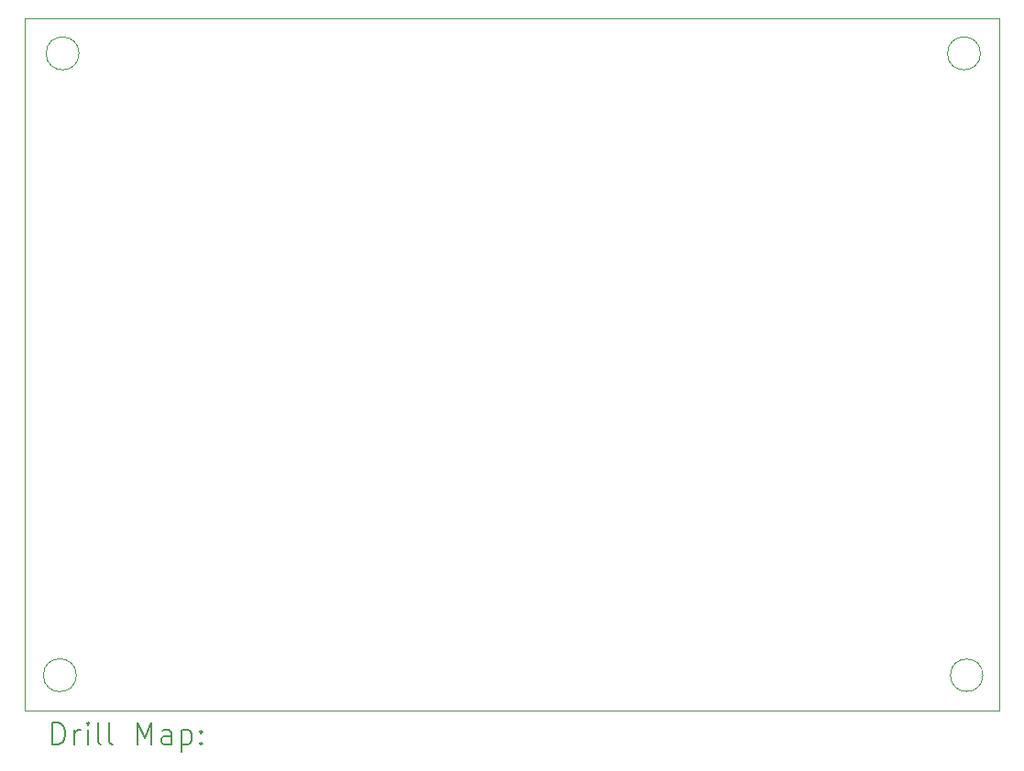
<source format=gbr>
%TF.GenerationSoftware,KiCad,Pcbnew,8.0.5*%
%TF.CreationDate,2024-12-18T11:28:25+01:00*%
%TF.ProjectId,Antenna_switch,416e7465-6e6e-4615-9f73-77697463682e,rev?*%
%TF.SameCoordinates,Original*%
%TF.FileFunction,Drillmap*%
%TF.FilePolarity,Positive*%
%FSLAX45Y45*%
G04 Gerber Fmt 4.5, Leading zero omitted, Abs format (unit mm)*
G04 Created by KiCad (PCBNEW 8.0.5) date 2024-12-18 11:28:25*
%MOMM*%
%LPD*%
G01*
G04 APERTURE LIST*
%ADD10C,0.050000*%
%ADD11C,0.200000*%
G04 APERTURE END LIST*
D10*
X18375000Y-9750000D02*
G75*
G02*
X18075000Y-9750000I-150000J0D01*
G01*
X18075000Y-9750000D02*
G75*
G02*
X18375000Y-9750000I150000J0D01*
G01*
X18352069Y-4000000D02*
G75*
G02*
X18047931Y-4000000I-152069J0D01*
G01*
X18047931Y-4000000D02*
G75*
G02*
X18352069Y-4000000I152069J0D01*
G01*
X10002069Y-9750000D02*
G75*
G02*
X9697931Y-9750000I-152069J0D01*
G01*
X9697931Y-9750000D02*
G75*
G02*
X10002069Y-9750000I152069J0D01*
G01*
X9525000Y-3675000D02*
X18525000Y-3675000D01*
X18525000Y-10075000D01*
X9525000Y-10075000D01*
X9525000Y-3675000D01*
X10027069Y-4000000D02*
G75*
G02*
X9722931Y-4000000I-152069J0D01*
G01*
X9722931Y-4000000D02*
G75*
G02*
X10027069Y-4000000I152069J0D01*
G01*
D11*
X9783277Y-10388984D02*
X9783277Y-10188984D01*
X9783277Y-10188984D02*
X9830896Y-10188984D01*
X9830896Y-10188984D02*
X9859467Y-10198508D01*
X9859467Y-10198508D02*
X9878515Y-10217555D01*
X9878515Y-10217555D02*
X9888039Y-10236603D01*
X9888039Y-10236603D02*
X9897563Y-10274698D01*
X9897563Y-10274698D02*
X9897563Y-10303270D01*
X9897563Y-10303270D02*
X9888039Y-10341365D01*
X9888039Y-10341365D02*
X9878515Y-10360412D01*
X9878515Y-10360412D02*
X9859467Y-10379460D01*
X9859467Y-10379460D02*
X9830896Y-10388984D01*
X9830896Y-10388984D02*
X9783277Y-10388984D01*
X9983277Y-10388984D02*
X9983277Y-10255650D01*
X9983277Y-10293746D02*
X9992801Y-10274698D01*
X9992801Y-10274698D02*
X10002324Y-10265174D01*
X10002324Y-10265174D02*
X10021372Y-10255650D01*
X10021372Y-10255650D02*
X10040420Y-10255650D01*
X10107086Y-10388984D02*
X10107086Y-10255650D01*
X10107086Y-10188984D02*
X10097563Y-10198508D01*
X10097563Y-10198508D02*
X10107086Y-10208031D01*
X10107086Y-10208031D02*
X10116610Y-10198508D01*
X10116610Y-10198508D02*
X10107086Y-10188984D01*
X10107086Y-10188984D02*
X10107086Y-10208031D01*
X10230896Y-10388984D02*
X10211848Y-10379460D01*
X10211848Y-10379460D02*
X10202324Y-10360412D01*
X10202324Y-10360412D02*
X10202324Y-10188984D01*
X10335658Y-10388984D02*
X10316610Y-10379460D01*
X10316610Y-10379460D02*
X10307086Y-10360412D01*
X10307086Y-10360412D02*
X10307086Y-10188984D01*
X10564229Y-10388984D02*
X10564229Y-10188984D01*
X10564229Y-10188984D02*
X10630896Y-10331841D01*
X10630896Y-10331841D02*
X10697563Y-10188984D01*
X10697563Y-10188984D02*
X10697563Y-10388984D01*
X10878515Y-10388984D02*
X10878515Y-10284222D01*
X10878515Y-10284222D02*
X10868991Y-10265174D01*
X10868991Y-10265174D02*
X10849944Y-10255650D01*
X10849944Y-10255650D02*
X10811848Y-10255650D01*
X10811848Y-10255650D02*
X10792801Y-10265174D01*
X10878515Y-10379460D02*
X10859467Y-10388984D01*
X10859467Y-10388984D02*
X10811848Y-10388984D01*
X10811848Y-10388984D02*
X10792801Y-10379460D01*
X10792801Y-10379460D02*
X10783277Y-10360412D01*
X10783277Y-10360412D02*
X10783277Y-10341365D01*
X10783277Y-10341365D02*
X10792801Y-10322317D01*
X10792801Y-10322317D02*
X10811848Y-10312793D01*
X10811848Y-10312793D02*
X10859467Y-10312793D01*
X10859467Y-10312793D02*
X10878515Y-10303270D01*
X10973753Y-10255650D02*
X10973753Y-10455650D01*
X10973753Y-10265174D02*
X10992801Y-10255650D01*
X10992801Y-10255650D02*
X11030896Y-10255650D01*
X11030896Y-10255650D02*
X11049944Y-10265174D01*
X11049944Y-10265174D02*
X11059467Y-10274698D01*
X11059467Y-10274698D02*
X11068991Y-10293746D01*
X11068991Y-10293746D02*
X11068991Y-10350889D01*
X11068991Y-10350889D02*
X11059467Y-10369936D01*
X11059467Y-10369936D02*
X11049944Y-10379460D01*
X11049944Y-10379460D02*
X11030896Y-10388984D01*
X11030896Y-10388984D02*
X10992801Y-10388984D01*
X10992801Y-10388984D02*
X10973753Y-10379460D01*
X11154705Y-10369936D02*
X11164229Y-10379460D01*
X11164229Y-10379460D02*
X11154705Y-10388984D01*
X11154705Y-10388984D02*
X11145182Y-10379460D01*
X11145182Y-10379460D02*
X11154705Y-10369936D01*
X11154705Y-10369936D02*
X11154705Y-10388984D01*
X11154705Y-10265174D02*
X11164229Y-10274698D01*
X11164229Y-10274698D02*
X11154705Y-10284222D01*
X11154705Y-10284222D02*
X11145182Y-10274698D01*
X11145182Y-10274698D02*
X11154705Y-10265174D01*
X11154705Y-10265174D02*
X11154705Y-10284222D01*
M02*

</source>
